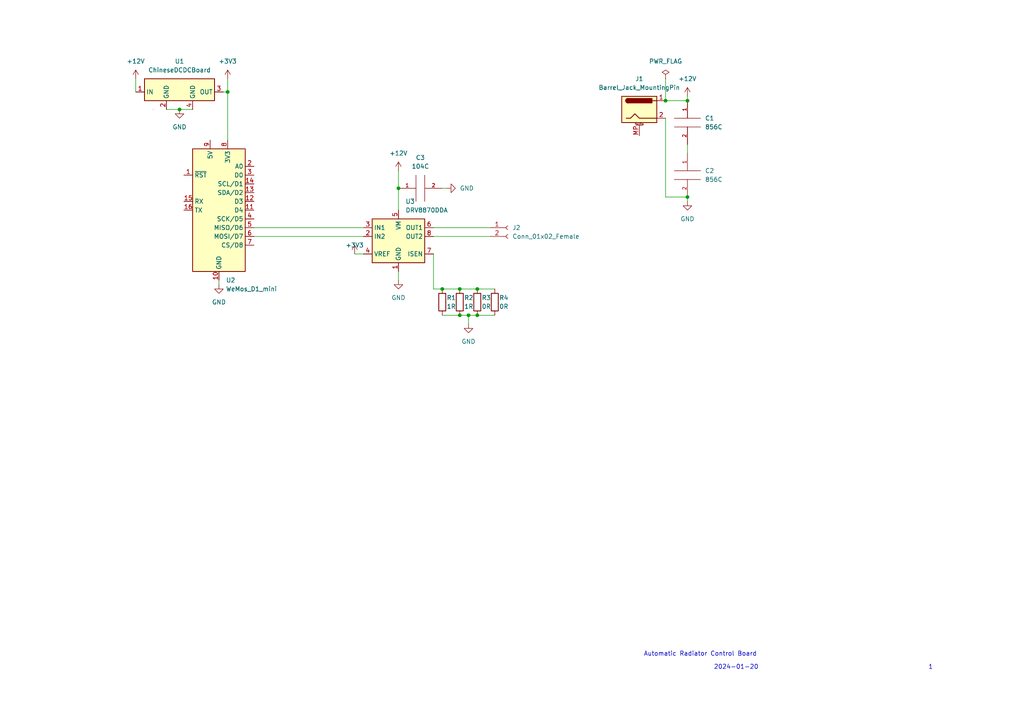
<source format=kicad_sch>
(kicad_sch (version 20211123) (generator eeschema)
  (paper "A4")
  (lib_symbols
    (symbol "Connector:Barrel_Jack_MountingPin" (pin_names hide)
      (property "Reference" "J" (at 0 5.334 0))
      (property "Value" "Barrel_Jack_MountingPin" (at 1.27 -6.35 0))
      (symbol "Barrel_Jack_MountingPin_0_1"
        (rectangle (start -5.08 3.81) (end 5.08 -3.81) (stroke (width 0.254)) (fill (type background)))
        (arc (start -3.302 3.175) (mid -3.937 2.54) (end -3.302 1.905) (stroke (width 0.254)))
        (arc (start -3.302 3.175) (mid -3.937 2.54) (end -3.302 1.905) (stroke (width 0.254)) (fill (type outline)))
        (polyline (pts (xy 5.08 2.54) (xy 3.81 2.54)) (stroke (width 0.254)))
        (polyline (pts (xy -3.81 -2.54) (xy -2.54 -2.54) (xy -1.27 -1.27) (xy 0 -2.54) (xy 2.54 -2.54) (xy 5.08 -2.54)) (stroke (width 0.254)))
        (rectangle (start 3.683 3.175) (end -3.302 1.905) (stroke (width 0.254)) (fill (type outline)))
      )
      (symbol "Barrel_Jack_MountingPin_1_1"
        (polyline (pts (xy -1.016 -4.572) (xy 1.016 -4.572)) (stroke (width 0.1524)))
        (text "Mounting" (at 0 -4.191 0) (effects (font (size 0.381 0.381))))
        (pin passive line (at 7.62 2.54 180) (length 2.54) (name "~") (number "1"))
        (pin passive line (at 7.62 -2.54 180) (length 2.54) (name "~") (number "2"))
        (pin passive line (at 0 -7.62 90) (length 3.048) (name "MountPin") (number "MP"))
      )
    )
    (symbol "Connector:Conn_01x02_Female" (pin_names (offset 1.016) hide)
      (property "Reference" "J" (at 0 2.54 0))
      (property "Value" "Conn_01x02_Female" (at 0 -5.08 0))
      (symbol "Conn_01x02_Female_1_1"
        (arc (start 0 -2.032) (mid -0.508 -2.54) (end 0 -3.048) (stroke (width 0.1524)))
        (polyline (pts (xy -1.27 -2.54) (xy -0.508 -2.54)) (stroke (width 0.1524)))
        (polyline (pts (xy -1.27 0) (xy -0.508 0)) (stroke (width 0.1524)))
        (arc (start 0 0.508) (mid -0.508 0) (end 0 -0.508) (stroke (width 0.1524)))
        (pin passive line (at -5.08 0 0) (length 3.81) (name "Pin_1") (number "1"))
        (pin passive line (at -5.08 -2.54 0) (length 3.81) (name "Pin_2") (number "2"))
      )
    )
    (symbol "Device:R" (pin_numbers hide) (pin_names (offset 0))
      (property "Reference" "R" (at 2.032 0 90))
      (property "Value" "R" (at 0 0 90))
      (symbol "R_0_1"
        (rectangle (start -1.016 -2.54) (end 1.016 2.54) (stroke (width 0.254)))
      )
      (symbol "R_1_1"
        (pin passive line (at 0 3.81 270) (length 1.27) (name "~") (number "1"))
        (pin passive line (at 0 -3.81 90) (length 1.27) (name "~") (number "2"))
      )
    )
    (symbol "Driver_Motor:DRV8870DDA"
      (property "Reference" "U" (at -6.35 6.35 0))
      (property "Value" "DRV8870DDA" (at 8.89 6.35 0))
      (symbol "DRV8870DDA_0_1"
        (rectangle (start -7.62 5.08) (end 7.62 -7.62) (stroke (width 0.254)) (fill (type background)))
      )
      (symbol "DRV8870DDA_1_1"
        (pin power_in line (at 0 -10.16 90) (length 2.54) (name "GND") (number "1"))
        (pin input line (at -10.16 0 0) (length 2.54) (name "IN2") (number "2"))
        (pin input line (at -10.16 2.54 0) (length 2.54) (name "IN1") (number "3"))
        (pin input line (at -10.16 -5.08 0) (length 2.54) (name "VREF") (number "4"))
        (pin power_in line (at 0 7.62 270) (length 2.54) (name "VM") (number "5"))
        (pin output line (at 10.16 2.54 180) (length 2.54) (name "OUT1") (number "6"))
        (pin passive line (at 10.16 -5.08 180) (length 2.54) (name "ISEN") (number "7"))
        (pin output line (at 10.16 0 180) (length 2.54) (name "OUT2") (number "8"))
        (pin passive line (at 0 -10.16 90) (length 2.54) hide (name "GND") (number "9"))
      )
    )
    (symbol "MCU_Module:WeMos_D1_mini"
      (property "Reference" "U" (at 3.81 19.05 0))
      (property "Value" "WeMos_D1_mini" (at 1.27 -19.05 0))
      (symbol "WeMos_D1_mini_1_1"
        (rectangle (start -7.62 17.78) (end 7.62 -17.78) (stroke (width 0.254)) (fill (type background)))
        (pin input line (at -10.16 10.16 0) (length 2.54) (name "~{RST}") (number "1"))
        (pin power_in line (at 0 -20.32 90) (length 2.54) (name "GND") (number "10"))
        (pin bidirectional line (at 10.16 0 180) (length 2.54) (name "D4") (number "11"))
        (pin bidirectional line (at 10.16 2.54 180) (length 2.54) (name "D3") (number "12"))
        (pin bidirectional line (at 10.16 5.08 180) (length 2.54) (name "SDA/D2") (number "13"))
        (pin bidirectional line (at 10.16 7.62 180) (length 2.54) (name "SCL/D1") (number "14"))
        (pin input line (at -10.16 2.54 0) (length 2.54) (name "RX") (number "15"))
        (pin output line (at -10.16 0 0) (length 2.54) (name "TX") (number "16"))
        (pin input line (at 10.16 12.7 180) (length 2.54) (name "A0") (number "2"))
        (pin bidirectional line (at 10.16 10.16 180) (length 2.54) (name "D0") (number "3"))
        (pin bidirectional line (at 10.16 -2.54 180) (length 2.54) (name "SCK/D5") (number "4"))
        (pin bidirectional line (at 10.16 -5.08 180) (length 2.54) (name "MISO/D6") (number "5"))
        (pin bidirectional line (at 10.16 -7.62 180) (length 2.54) (name "MOSI/D7") (number "6"))
        (pin bidirectional line (at 10.16 -10.16 180) (length 2.54) (name "CS/D8") (number "7"))
        (pin power_out line (at 2.54 20.32 270) (length 2.54) (name "3V3") (number "8"))
        (pin power_in line (at -2.54 20.32 270) (length 2.54) (name "5V") (number "9"))
      )
    )
    (symbol "New_Library:ChineseDCDCBoard"
      (property "Reference" "U" (at 0 -1.27 0))
      (property "Value" "ChineseDCDCBoard" (at 0 2.54 0))
      (symbol "ChineseDCDCBoard_0_1"
        (rectangle (start -10.16 3.81) (end 10.16 -2.54) (stroke (width 0.254)) (fill (type background)))
        (rectangle (start -7.62 -5.08) (end -7.62 -5.08))
      )
      (symbol "ChineseDCDCBoard_1_1"
        (pin power_in line (at -12.7 0 0) (length 2.54) (name "IN") (number "1"))
        (pin bidirectional line (at -3.81 -5.08 90) (length 2.54) (name "GND") (number "2"))
        (pin power_out line (at 12.7 0 180) (length 2.54) (name "OUT") (number "3"))
        (pin bidirectional line (at 3.81 -5.08 90) (length 2.54) (name "GND") (number "4"))
      )
    )
    (symbol "power:+12V" (power) (pin_names (offset 0))
      (property "Value" "+12V" (at 0 3.556 0))
      (symbol "+12V_0_1"
        (polyline (pts (xy -0.762 1.27) (xy 0 2.54)))
        (polyline (pts (xy 0 0) (xy 0 2.54)))
        (polyline (pts (xy 0 2.54) (xy 0.762 1.27)))
      )
      (symbol "+12V_1_1"
        (pin power_in line (at 0 0 90) (length 0) hide (name "+12V") (number "1"))
      )
    )
    (symbol "power:+3V3" (power) (pin_names (offset 0))
      (property "Value" "+3V3" (at 0 3.556 0))
      (symbol "+3V3_0_1"
        (polyline (pts (xy -0.762 1.27) (xy 0 2.54)))
        (polyline (pts (xy 0 0) (xy 0 2.54)))
        (polyline (pts (xy 0 2.54) (xy 0.762 1.27)))
      )
      (symbol "+3V3_1_1"
        (pin power_in line (at 0 0 90) (length 0) hide (name "+3V3") (number "1"))
      )
    )
    (symbol "power:GND" (power) (pin_names (offset 0))
      (property "Value" "GND" (at 0 -3.81 0))
      (symbol "GND_0_1"
        (polyline (pts (xy 0 0) (xy 0 -1.27) (xy 1.27 -1.27) (xy 0 -2.54) (xy -1.27 -1.27) (xy 0 -1.27)))
      )
      (symbol "GND_1_1"
        (pin power_in line (at 0 0 270) (length 0) hide (name "GND") (number "1"))
      )
    )
    (symbol "power:PWR_FLAG" (power) (pin_numbers hide) (pin_names (offset 0) hide)
      (property "Value" "PWR_FLAG" (at 0 3.81 0))
      (symbol "PWR_FLAG_0_0"
        (pin power_out line (at 0 0 90) (length 0) (name "pwr") (number "1"))
      )
      (symbol "PWR_FLAG_0_1"
        (polyline (pts (xy 0 0) (xy 0 1.27) (xy -1.016 1.905) (xy 0 2.54) (xy 1.016 1.905) (xy 0 1.27)))
      )
    )
    (symbol "pspice:C" (pin_names (offset 0.254))
      (property "Reference" "C" (at 2.54 3.81 90))
      (property "Value" "C" (at 2.54 -3.81 90))
      (symbol "C_0_1"
        (polyline (pts (xy -3.81 -1.27) (xy 3.81 -1.27)))
        (polyline (pts (xy -3.81 1.27) (xy 3.81 1.27)))
      )
      (symbol "C_1_1"
        (pin passive line (at 0 6.35 270) (length 5.08) (name "~") (number "1"))
        (pin passive line (at 0 -6.35 90) (length 5.08) (name "~") (number "2"))
      )
    )
  )
  (junction (at 199.39 57.15))
  (junction (at 128.27 83.82))
  (junction (at 115.57 54.61))
  (junction (at 52.07 31.75))
  (junction (at 66.04 26.67))
  (junction (at 133.35 83.82))
  (junction (at 138.43 83.82))
  (junction (at 138.43 91.44))
  (junction (at 135.89 91.44))
  (junction (at 133.35 91.44))
  (junction (at 199.39 29.21))
  (junction (at 193.04 29.21))
  (wire (pts (xy 199.39 57.15) (xy 199.39 58.42)))
  (wire (pts (xy 128.27 91.44) (xy 133.35 91.44)))
  (wire (pts (xy 48.26 31.75) (xy 52.07 31.75)))
  (wire (pts (xy 73.66 66.04) (xy 105.41 66.04)))
  (wire (pts (xy 193.04 22.86) (xy 193.04 29.21)))
  (wire (pts (xy 199.39 27.94) (xy 199.39 29.21)))
  (wire (pts (xy 64.77 26.67) (xy 66.04 26.67)))
  (wire (pts (xy 125.73 83.82) (xy 128.27 83.82)))
  (wire (pts (xy 102.87 73.66) (xy 105.41 73.66)))
  (wire (pts (xy 128.27 54.61) (xy 129.54 54.61)))
  (wire (pts (xy 66.04 22.86) (xy 66.04 26.67)))
  (wire (pts (xy 39.37 22.86) (xy 39.37 26.67)))
  (wire (pts (xy 128.27 83.82) (xy 133.35 83.82)))
  (wire (pts (xy 125.73 66.04) (xy 142.24 66.04)))
  (wire (pts (xy 115.57 78.74) (xy 115.57 81.28)))
  (wire (pts (xy 199.39 41.91) (xy 199.39 44.45)))
  (wire (pts (xy 193.04 57.15) (xy 199.39 57.15)))
  (wire (pts (xy 193.04 29.21) (xy 199.39 29.21)))
  (wire (pts (xy 52.07 31.75) (xy 55.88 31.75)))
  (wire (pts (xy 125.73 73.66) (xy 125.73 83.82)))
  (wire (pts (xy 135.89 91.44) (xy 138.43 91.44)))
  (wire (pts (xy 138.43 83.82) (xy 143.51 83.82)))
  (wire (pts (xy 66.04 40.64) (xy 66.04 26.67)))
  (wire (pts (xy 193.04 34.29) (xy 193.04 57.15)))
  (wire (pts (xy 63.5 81.28) (xy 63.5 82.55)))
  (wire (pts (xy 73.66 68.58) (xy 105.41 68.58)))
  (wire (pts (xy 125.73 68.58) (xy 142.24 68.58)))
  (wire (pts (xy 133.35 91.44) (xy 135.89 91.44)))
  (wire (pts (xy 138.43 91.44) (xy 143.51 91.44)))
  (wire (pts (xy 133.35 83.82) (xy 138.43 83.82)))
  (wire (pts (xy 115.57 49.53) (xy 115.57 54.61)))
  (wire (pts (xy 115.57 54.61) (xy 115.57 60.96)))
  (wire (pts (xy 135.89 91.44) (xy 135.89 93.98)))
  (text "2024-01-20" (at 207.01 194.31 0) (effects (font (size 1.27 1.27)) (justify left bottom)))
  (text "1" (at 269.24 194.31 0) (effects (font (size 1.27 1.27)) (justify left bottom)))
  (text "Automatic Radiator Control Board" (at 186.69 190.5 0) (effects (font (size 1.27 1.27)) (justify left bottom)))
  (symbol (lib_id "power:+3V3") (at 66.04 22.86 0) (unit 1)
    (property "Reference" "#PWR04" (effects hide))
    (property "Value" "+3V3" (at 66.04 17.78 0))
  )
  (symbol (lib_id "power:GND") (at 63.5 82.55 0) (unit 1)
    (property "Reference" "#PWR03" (effects hide))
    (property "Value" "GND" (at 63.5 87.63 0))
  )
  (symbol (lib_id "pspice:C") (at 199.39 50.8 0) (unit 1)
    (property "Reference" "C2" (at 204.47 49.5299 0) (effects (justify left)))
    (property "Value" "856C" (at 204.47 52.0699 0) (effects (justify left)))
    (property "Footprint" "Capacitor_SMD:C_1206_3216Metric_Pad1.33x1.80mm_HandSolder" (effects hide))
  )
  (symbol (lib_id "Device:R") (at 133.35 87.63 0) (unit 1)
    (property "Reference" "R2" (at 134.62 86.36 0) (effects (justify left)))
    (property "Value" "1R" (at 134.62 88.9 0) (effects (justify left)))
    (property "Footprint" "Resistor_SMD:R_1206_3216Metric_Pad1.30x1.75mm_HandSolder" (effects hide))
  )
  (symbol (lib_id "power:GND") (at 135.89 93.98 0) (unit 1)
    (property "Reference" "#PWR011" (effects hide))
    (property "Value" "GND" (at 135.89 99.06 0))
  )
  (symbol (lib_id "MCU_Module:WeMos_D1_mini") (at 63.5 60.96 0) (unit 1)
    (property "Reference" "U2" (at 65.5194 81.28 0) (effects (justify left)))
    (property "Value" "WeMos_D1_mini" (at 65.5194 83.82 0) (effects (justify left)))
    (property "Footprint" "Module:WEMOS_D1_mini_light" (effects hide))
    (property "Datasheet" "https://wiki.wemos.cc/products:d1:d1_mini#documentation" (effects hide))
  )
  (symbol (lib_id "power:+12V") (at 199.39 27.94 0) (unit 1)
    (property "Reference" "#PWR05" (effects hide))
    (property "Value" "+12V" (at 199.39 22.86 0))
  )
  (symbol (lib_id "Driver_Motor:DRV8870DDA") (at 115.57 68.58 0) (unit 1)
    (property "Reference" "U3" (at 117.5894 58.42 0) (effects (justify left)))
    (property "Value" "DRV8870DDA" (at 117.5894 60.96 0) (effects (justify left)))
    (property "Footprint" "Package_SO:Texas_HTSOP-8-1EP_3.9x4.9mm_P1.27mm_EP2.95x4.9mm_Mask2.4x3.1mm_ThermalVias" (effects hide))
    (property "Datasheet" "http://www.ti.com/lit/ds/symlink/drv8870.pdf" (effects hide))
  )
  (symbol (lib_id "power:+3V3") (at 102.87 73.66 0) (unit 1)
    (property "Reference" "#PWR07" (effects hide))
    (property "Value" "+3V3" (at 102.87 71.12 0))
  )
  (symbol (lib_id "power:GND") (at 199.39 58.42 0) (unit 1)
    (property "Reference" "#PWR06" (effects hide))
    (property "Value" "GND" (at 199.39 63.5 0))
  )
  (symbol (lib_id "power:PWR_FLAG") (at 193.04 22.86 0) (unit 1)
    (property "Reference" "#FLG0101" (effects hide))
    (property "Value" "PWR_FLAG" (at 193.04 17.78 0))
  )
  (symbol (lib_id "Connector:Conn_01x02_Female") (at 147.32 66.04 0) (unit 1)
    (property "Reference" "J2" (at 148.59 66.0399 0) (effects (justify left)))
    (property "Value" "Conn_01x02_Female" (at 148.59 68.5799 0) (effects (justify left)))
    (property "Footprint" "Connector_PinHeader_2.54mm:PinHeader_1x02_P2.54mm_Vertical" (effects hide))
  )
  (symbol (lib_id "Device:R") (at 128.27 87.63 0) (unit 1)
    (property "Reference" "R1" (at 129.54 86.36 0) (effects (justify left)))
    (property "Value" "1R" (at 129.54 88.9 0) (effects (justify left)))
    (property "Footprint" "Resistor_SMD:R_1206_3216Metric_Pad1.30x1.75mm_HandSolder" (effects hide))
  )
  (symbol (lib_id "Device:R") (at 143.51 87.63 0) (unit 1)
    (property "Reference" "R4" (at 144.78 86.36 0) (effects (justify left)))
    (property "Value" "0R" (at 144.78 88.9 0) (effects (justify left)))
    (property "Footprint" "Resistor_SMD:R_1206_3216Metric_Pad1.30x1.75mm_HandSolder" (effects hide))
  )
  (symbol (lib_id "Device:R") (at 138.43 87.63 0) (unit 1)
    (property "Reference" "R3" (at 139.7 86.36 0) (effects (justify left)))
    (property "Value" "0R" (at 139.7 88.9 0) (effects (justify left)))
    (property "Footprint" "Resistor_SMD:R_1206_3216Metric_Pad1.30x1.75mm_HandSolder" (effects hide))
  )
  (symbol (lib_id "power:+12V") (at 115.57 49.53 0) (unit 1)
    (property "Reference" "#PWR08" (effects hide))
    (property "Value" "+12V" (at 115.57 44.45 0))
  )
  (symbol (lib_id "power:GND") (at 129.54 54.61 90) (unit 1)
    (property "Reference" "#PWR010" (effects hide))
    (property "Value" "GND" (at 133.35 54.6099 90) (effects (justify right)))
  )
  (symbol (lib_id "New_Library:ChineseDCDCBoard") (at 52.07 26.67 0) (unit 1)
    (property "Reference" "U1" (at 52.07 17.78 0))
    (property "Value" "ChineseDCDCBoard" (at 52.07 20.32 0))
    (property "Footprint" "Library:SRT_MPT1584EN_Module" (effects hide))
  )
  (symbol (lib_id "pspice:C") (at 199.39 35.56 0) (unit 1)
    (property "Reference" "C1" (at 204.47 34.2899 0) (effects (justify left)))
    (property "Value" "856C" (at 204.47 36.8299 0) (effects (justify left)))
    (property "Footprint" "Capacitor_SMD:C_1206_3216Metric_Pad1.33x1.80mm_HandSolder" (effects hide))
  )
  (symbol (lib_id "power:+12V") (at 39.37 22.86 0) (unit 1)
    (property "Reference" "#PWR01" (effects hide))
    (property "Value" "+12V" (at 39.37 17.78 0))
  )
  (symbol (lib_id "Connector:Barrel_Jack_MountingPin") (at 185.42 31.75 0) (unit 1)
    (property "Reference" "J1" (at 185.42 22.86 0))
    (property "Value" "Barrel_Jack_MountingPin" (at 185.42 25.4 0))
    (property "Footprint" "Connector_BarrelJack:BarrelJack_Wuerth_6941xx301002" (effects hide))
  )
  (symbol (lib_id "power:GND") (at 52.07 31.75 0) (unit 1)
    (property "Reference" "#PWR02" (effects hide))
    (property "Value" "GND" (at 52.07 36.83 0))
  )
  (symbol (lib_id "pspice:C") (at 121.92 54.61 90) (unit 1)
    (property "Reference" "C3" (at 121.92 45.72 90))
    (property "Value" "104C" (at 121.92 48.26 90))
    (property "Footprint" "Capacitor_SMD:C_1206_3216Metric_Pad1.33x1.80mm_HandSolder" (effects hide))
  )
  (symbol (lib_id "power:GND") (at 115.57 81.28 0) (unit 1)
    (property "Reference" "#PWR09" (effects hide))
    (property "Value" "GND" (at 115.57 86.36 0))
  )
)
</source>
